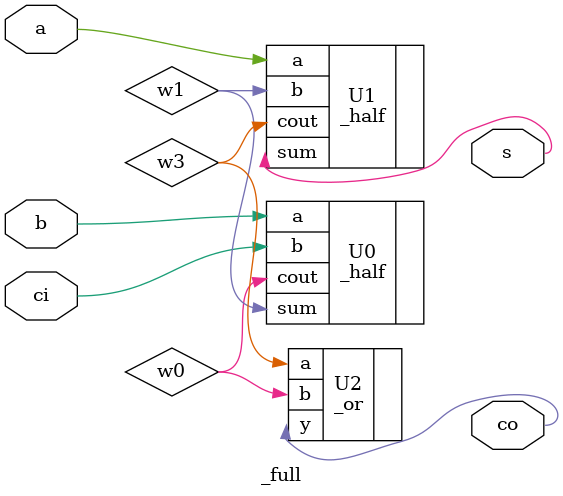
<source format=v>
module _full(input a,b,ci, output s,co); // carry in을 a,b연산에 포함시켜서 올림값과 합을 출력하는 module
wire w0, w1, w3;

_half U0(.a(b), .b(ci), .cout(w0), .sum(w1));
_half U1(.a(a), .b(w1), .cout(w3), .sum(s)); 
_or U2(.a(w3), .b(w0), .y(co));

endmodule

</source>
